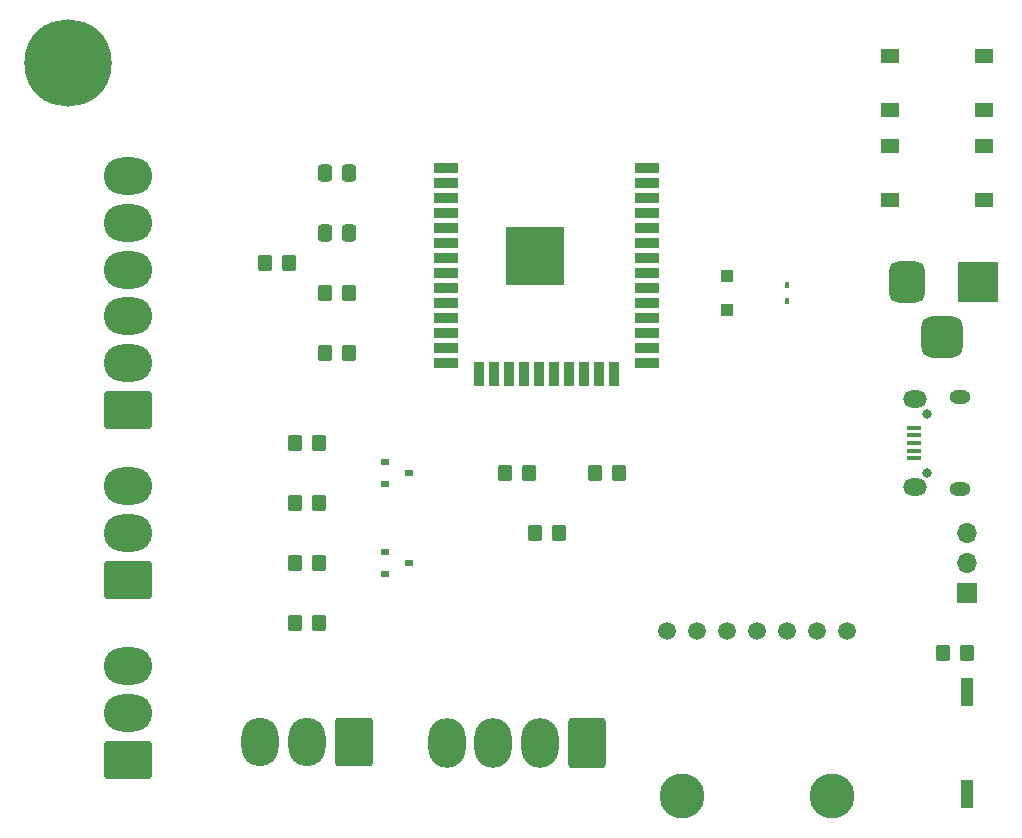
<source format=gts>
%TF.GenerationSoftware,KiCad,Pcbnew,6.0.2+dfsg-1*%
%TF.CreationDate,2022-10-25T22:12:17-05:00*%
%TF.ProjectId,amiplanta,616d6970-6c61-46e7-9461-2e6b69636164,rev?*%
%TF.SameCoordinates,Original*%
%TF.FileFunction,Soldermask,Top*%
%TF.FilePolarity,Negative*%
%FSLAX46Y46*%
G04 Gerber Fmt 4.6, Leading zero omitted, Abs format (unit mm)*
G04 Created by KiCad (PCBNEW 6.0.2+dfsg-1) date 2022-10-25 22:12:17*
%MOMM*%
%LPD*%
G01*
G04 APERTURE LIST*
G04 Aperture macros list*
%AMRoundRect*
0 Rectangle with rounded corners*
0 $1 Rounding radius*
0 $2 $3 $4 $5 $6 $7 $8 $9 X,Y pos of 4 corners*
0 Add a 4 corners polygon primitive as box body*
4,1,4,$2,$3,$4,$5,$6,$7,$8,$9,$2,$3,0*
0 Add four circle primitives for the rounded corners*
1,1,$1+$1,$2,$3*
1,1,$1+$1,$4,$5*
1,1,$1+$1,$6,$7*
1,1,$1+$1,$8,$9*
0 Add four rect primitives between the rounded corners*
20,1,$1+$1,$2,$3,$4,$5,0*
20,1,$1+$1,$4,$5,$6,$7,0*
20,1,$1+$1,$6,$7,$8,$9,0*
20,1,$1+$1,$8,$9,$2,$3,0*%
G04 Aperture macros list end*
%ADD10RoundRect,0.250000X1.800000X-1.330000X1.800000X1.330000X-1.800000X1.330000X-1.800000X-1.330000X0*%
%ADD11O,4.100000X3.160000*%
%ADD12R,1.120000X2.440000*%
%ADD13R,0.800000X0.600000*%
%ADD14RoundRect,0.250000X-0.350000X-0.450000X0.350000X-0.450000X0.350000X0.450000X-0.350000X0.450000X0*%
%ADD15R,1.550000X1.300000*%
%ADD16C,3.810000*%
%ADD17C,1.500000*%
%ADD18R,3.500000X3.500000*%
%ADD19RoundRect,0.750000X-0.750000X-1.000000X0.750000X-1.000000X0.750000X1.000000X-0.750000X1.000000X0*%
%ADD20RoundRect,0.875000X-0.875000X-0.875000X0.875000X-0.875000X0.875000X0.875000X-0.875000X0.875000X0*%
%ADD21R,2.000000X0.900000*%
%ADD22R,0.900000X2.000000*%
%ADD23R,5.000000X5.000000*%
%ADD24O,0.800000X0.800000*%
%ADD25R,1.300000X0.450000*%
%ADD26O,1.800000X1.150000*%
%ADD27O,2.000000X1.450000*%
%ADD28R,1.100000X1.100000*%
%ADD29R,1.700000X1.700000*%
%ADD30O,1.700000X1.700000*%
%ADD31C,7.400000*%
%ADD32RoundRect,0.250000X-0.337500X-0.475000X0.337500X-0.475000X0.337500X0.475000X-0.337500X0.475000X0*%
%ADD33RoundRect,0.250000X1.330000X1.850000X-1.330000X1.850000X-1.330000X-1.850000X1.330000X-1.850000X0*%
%ADD34O,3.160000X4.200000*%
%ADD35RoundRect,0.250000X1.330000X1.800000X-1.330000X1.800000X-1.330000X-1.800000X1.330000X-1.800000X0*%
%ADD36O,3.160000X4.100000*%
%ADD37R,0.400000X0.480000*%
G04 APERTURE END LIST*
D10*
%TO.C,Jtem1*%
X33125000Y-90320000D03*
D11*
X33125000Y-86360000D03*
X33125000Y-82400000D03*
%TD*%
D12*
%TO.C,SWin1*%
X104140000Y-99835000D03*
X104140000Y-108445000D03*
%TD*%
D13*
%TO.C,Q2*%
X54870000Y-87950000D03*
X54870000Y-89850000D03*
X56890000Y-88900000D03*
%TD*%
D14*
%TO.C,RRTS1*%
X47260000Y-78740000D03*
X49260000Y-78740000D03*
%TD*%
D15*
%TO.C,SWEnable1*%
X97625000Y-46010000D03*
X105575000Y-46010000D03*
X97625000Y-50510000D03*
X105575000Y-50510000D03*
%TD*%
D16*
%TO.C,U2*%
X92710000Y-108585000D03*
X80010000Y-108585000D03*
D17*
X93980000Y-94615000D03*
X91440000Y-94615000D03*
X88900000Y-94615000D03*
X86360000Y-94615000D03*
X83820000Y-94615000D03*
X81280000Y-94615000D03*
X78740000Y-94615000D03*
%TD*%
D18*
%TO.C,J1*%
X105060000Y-65082500D03*
D19*
X99060000Y-65082500D03*
D20*
X102060000Y-69782500D03*
%TD*%
D14*
%TO.C,RED1*%
X102140000Y-96520000D03*
X104140000Y-96520000D03*
%TD*%
%TO.C,RDTR1*%
X47260000Y-83820000D03*
X49260000Y-83820000D03*
%TD*%
D21*
%TO.C,U3*%
X60080000Y-55415000D03*
X60080000Y-56685000D03*
X60080000Y-57955000D03*
X60080000Y-59225000D03*
X60080000Y-60495000D03*
X60080000Y-61765000D03*
X60080000Y-63035000D03*
X60080000Y-64305000D03*
X60080000Y-65575000D03*
X60080000Y-66845000D03*
X60080000Y-68115000D03*
X60080000Y-69385000D03*
X60080000Y-70655000D03*
X60080000Y-71925000D03*
D22*
X62865000Y-72925000D03*
X64135000Y-72925000D03*
X65405000Y-72925000D03*
X66675000Y-72925000D03*
X67945000Y-72925000D03*
X69215000Y-72925000D03*
X70485000Y-72925000D03*
X71755000Y-72925000D03*
X73025000Y-72925000D03*
X74295000Y-72925000D03*
D21*
X77080000Y-71925000D03*
X77080000Y-70655000D03*
X77080000Y-69385000D03*
X77080000Y-68115000D03*
X77080000Y-66845000D03*
X77080000Y-65575000D03*
X77080000Y-64305000D03*
X77080000Y-63035000D03*
X77080000Y-61765000D03*
X77080000Y-60495000D03*
X77080000Y-59225000D03*
X77080000Y-57955000D03*
X77080000Y-56685000D03*
X77080000Y-55415000D03*
D23*
X67580000Y-62915000D03*
%TD*%
D10*
%TO.C,Jmov1*%
X33125000Y-105560000D03*
D11*
X33125000Y-101600000D03*
X33125000Y-97640000D03*
%TD*%
D24*
%TO.C,J2*%
X100800000Y-81240000D03*
X100800000Y-76240000D03*
D25*
X99700000Y-80040000D03*
X99700000Y-79390000D03*
X99700000Y-78740000D03*
X99700000Y-78090000D03*
X99700000Y-77440000D03*
D26*
X103550000Y-74865000D03*
X103550000Y-82615000D03*
D27*
X99750000Y-75015000D03*
X99750000Y-82465000D03*
%TD*%
D14*
%TO.C,rsda1*%
X49800000Y-71120000D03*
X51800000Y-71120000D03*
%TD*%
%TO.C,RRXD0*%
X65040000Y-81280000D03*
X67040000Y-81280000D03*
%TD*%
D28*
%TO.C,Din1*%
X83820000Y-67440000D03*
X83820000Y-64640000D03*
%TD*%
D14*
%TO.C,Rtemp1*%
X44720000Y-63500000D03*
X46720000Y-63500000D03*
%TD*%
D29*
%TO.C,J3*%
X104140000Y-91440000D03*
D30*
X104140000Y-88900000D03*
X104140000Y-86360000D03*
%TD*%
D15*
%TO.C,SWBoot1*%
X97625000Y-53630000D03*
X105575000Y-53630000D03*
X97625000Y-58130000D03*
X105575000Y-58130000D03*
%TD*%
D14*
%TO.C,Rvbus1*%
X47260000Y-93980000D03*
X49260000Y-93980000D03*
%TD*%
%TO.C,R_rstbl1*%
X67580000Y-86360000D03*
X69580000Y-86360000D03*
%TD*%
D31*
%TO.C,REF\u002A\u002A*%
X28050000Y-46600000D03*
%TD*%
D32*
%TO.C,Cfeed1*%
X49762500Y-60960000D03*
X51837500Y-60960000D03*
%TD*%
D33*
%TO.C,Joled1*%
X71980000Y-104140000D03*
D34*
X68020000Y-104140000D03*
X64060000Y-104140000D03*
X60100000Y-104140000D03*
%TD*%
D13*
%TO.C,Q1*%
X54870000Y-80330000D03*
X54870000Y-82230000D03*
X56890000Y-81280000D03*
%TD*%
D35*
%TO.C,Jhum1*%
X52220000Y-104035000D03*
D36*
X48260000Y-104035000D03*
X44300000Y-104035000D03*
%TD*%
D14*
%TO.C,RTXD0*%
X72660000Y-81280000D03*
X74660000Y-81280000D03*
%TD*%
D37*
%TO.C,Dinl1*%
X88900000Y-66700000D03*
X88900000Y-65380000D03*
%TD*%
D14*
%TO.C,rscl1*%
X49800000Y-66040000D03*
X51800000Y-66040000D03*
%TD*%
D32*
%TO.C,Cfeed2*%
X49762500Y-55880000D03*
X51837500Y-55880000D03*
%TD*%
D14*
%TO.C,Rvbus2*%
X47260000Y-88900000D03*
X49260000Y-88900000D03*
%TD*%
D10*
%TO.C,Jluc1*%
X33125000Y-75940000D03*
D11*
X33125000Y-71980000D03*
X33125000Y-68020000D03*
X33125000Y-64060000D03*
X33125000Y-60100000D03*
X33125000Y-56140000D03*
%TD*%
M02*

</source>
